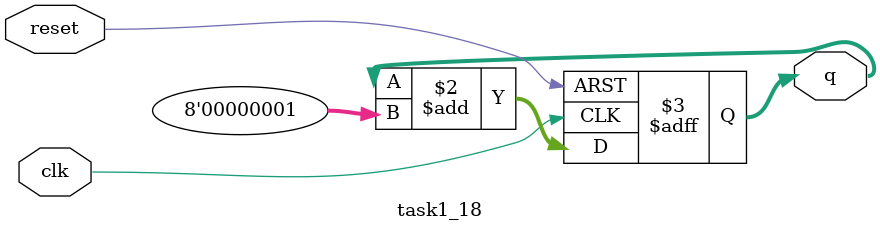
<source format=v>
module task1_18(
    input clk,
    input reset,
    output reg [7:0] q
);

always @ (posedge clk or posedge reset)
    if(reset) q <= 8'b00000000;
    else q <= q + 8'b1;
endmodule
</source>
